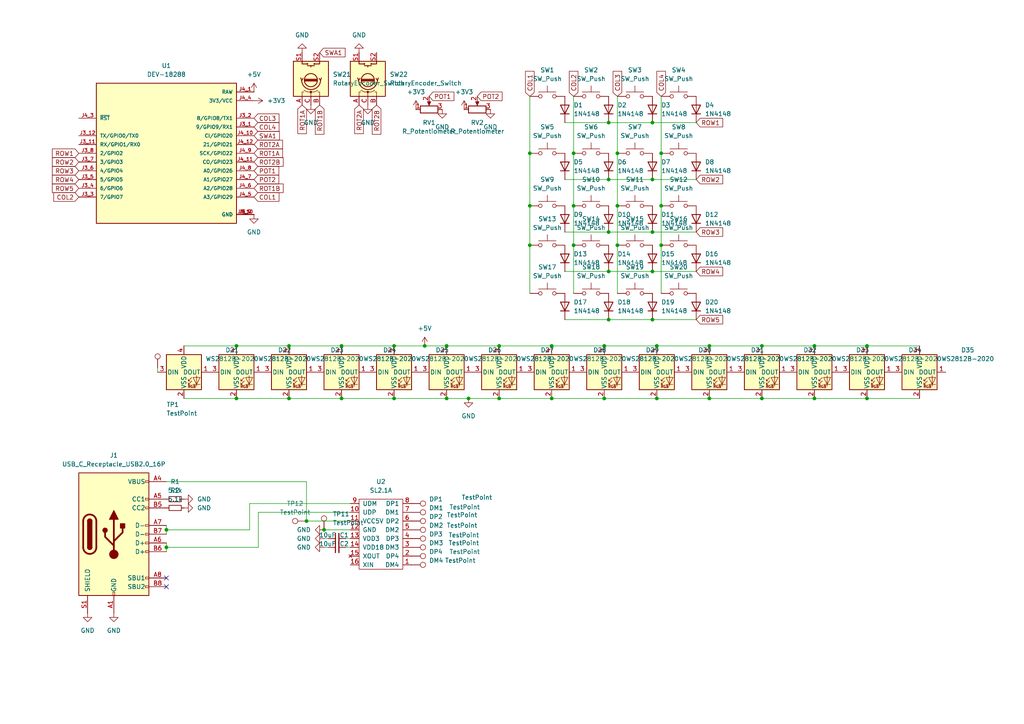
<source format=kicad_sch>
(kicad_sch (version 20250114) (generator "eeschema") (generator_version "9.0")
  (paper "A4")
  (lib_symbols
    (symbol "Connector:TestPoint" (pin_numbers (hide yes)) (pin_names (offset 0.762) (hide yes))
      (property "Reference" "TP" (at 0 6.858 0))
      (property "Value" "TestPoint" (at 0 5.08 0))
      (symbol "TestPoint_1_1"
        (pin passive line (at 0 0 90) (length 2.54) (name "1") (number "1"))
      )
    )
    (symbol "Connector:USB_C_Receptacle_USB2.0_16P" (pin_names (offset 1.016))
      (property "Reference" "J" (at 0 22.225 0))
      (property "Value" "USB_C_Receptacle_USB2.0_16P" (at 0 19.685 0))
      (symbol "USB_C_Receptacle_USB2.0_16P_1_1"
        (pin passive line (at -7.62 -22.86 90) (length 5.08) (name "SHIELD") (number "S1"))
        (pin passive line (at 0 -22.86 90) (length 5.08) (name "GND") (number "A1"))
        (pin passive line (at 0 -22.86 90) (length 5.08) (hide yes) (name "GND") (number "A12"))
        (pin passive line (at 0 -22.86 90) (length 5.08) (hide yes) (name "GND") (number "B1"))
        (pin passive line (at 0 -22.86 90) (length 5.08) (hide yes) (name "GND") (number "B12"))
        (pin passive line (at 15.24 15.24 180) (length 5.08) (name "VBUS") (number "A4"))
        (pin passive line (at 15.24 15.24 180) (length 5.08) (hide yes) (name "VBUS") (number "A9"))
        (pin passive line (at 15.24 15.24 180) (length 5.08) (hide yes) (name "VBUS") (number "B4"))
        (pin passive line (at 15.24 15.24 180) (length 5.08) (hide yes) (name "VBUS") (number "B9"))
        (pin bidirectional line (at 15.24 10.16 180) (length 5.08) (name "CC1") (number "A5"))
        (pin bidirectional line (at 15.24 7.62 180) (length 5.08) (name "CC2") (number "B5"))
        (pin bidirectional line (at 15.24 2.54 180) (length 5.08) (name "D-") (number "A7"))
        (pin bidirectional line (at 15.24 0 180) (length 5.08) (name "D-") (number "B7"))
        (pin bidirectional line (at 15.24 -2.54 180) (length 5.08) (name "D+") (number "A6"))
        (pin bidirectional line (at 15.24 -5.08 180) (length 5.08) (name "D+") (number "B6"))
        (pin bidirectional line (at 15.24 -12.7 180) (length 5.08) (name "SBU1") (number "A8"))
        (pin bidirectional line (at 15.24 -15.24 180) (length 5.08) (name "SBU2") (number "B8"))
      )
    )
    (symbol "Device:C_Small" (pin_numbers (hide yes)) (pin_names (offset 0.254) (hide yes))
      (property "Reference" "C" (at 0.254 1.778 0))
      (property "Value" "C_Small" (at 0.254 -2.032 0))
      (symbol "C_Small_1_1"
        (pin passive line (at 0 2.54 270) (length 2.032) (name "~") (number "1"))
        (pin passive line (at 0 -2.54 90) (length 2.032) (name "~") (number "2"))
      )
    )
    (symbol "Device:R_Potentiometer" (pin_names (offset 1.016) (hide yes))
      (property "Reference" "RV" (at -4.445 0 90))
      (property "Value" "R_Potentiometer" (at -2.54 0 90))
      (symbol "R_Potentiometer_1_1"
        (pin passive line (at 0 3.81 270) (length 1.27) (name "1") (number "1"))
        (pin passive line (at 0 -3.81 90) (length 1.27) (name "3") (number "3"))
        (pin passive line (at 3.81 0 180) (length 1.27) (name "2") (number "2"))
      )
    )
    (symbol "Device:R_Small" (pin_numbers (hide yes)) (pin_names (offset 0.254) (hide yes))
      (property "Reference" "R" (at 0.762 0.508 0))
      (property "Value" "R_Small" (at 0.762 -1.016 0))
      (symbol "R_Small_1_1"
        (pin passive line (at 0 2.54 270) (length 0.762) (name "~") (number "1"))
        (pin passive line (at 0 -2.54 90) (length 0.762) (name "~") (number "2"))
      )
    )
    (symbol "Device:RotaryEncoder_Switch" (pin_names (offset 0.254) (hide yes))
      (property "Reference" "SW" (at 0 6.604 0))
      (property "Value" "RotaryEncoder_Switch" (at 0 -6.604 0))
      (symbol "RotaryEncoder_Switch_1_1"
        (pin passive line (at -7.62 2.54 0) (length 2.54) (name "A") (number "A"))
        (pin passive line (at -7.62 0 0) (length 2.54) (name "C") (number "C"))
        (pin passive line (at -7.62 -2.54 0) (length 2.54) (name "B") (number "B"))
        (pin passive line (at 7.62 2.54 180) (length 2.54) (name "S1") (number "S1"))
        (pin passive line (at 7.62 -2.54 180) (length 2.54) (name "S2") (number "S2"))
      )
    )
    (symbol "Diode:1N4148" (pin_numbers (hide yes)) (pin_names (hide yes))
      (property "Reference" "D" (at 0 2.54 0))
      (property "Value" "1N4148" (at 0 -2.54 0))
      (symbol "1N4148_1_1"
        (pin passive line (at -3.81 0 0) (length 2.54) (name "K") (number "1"))
        (pin passive line (at 3.81 0 180) (length 2.54) (name "A") (number "2"))
      )
    )
    (symbol "LED:WS2812B-2020" (pin_names (offset 0.254))
      (property "Reference" "D" (at 5.08 5.715 0))
      (property "Value" "WS2812B-2020" (at 1.27 -5.715 0))
      (symbol "WS2812B-2020_0_0"
        (text "RGB" (at 2.286 -4.191 0) (effects (font (size 0.762 0.762))))
      )
      (symbol "WS2812B-2020_1_1"
        (pin input line (at -7.62 0 0) (length 2.54) (name "DIN") (number "3"))
        (pin power_in line (at 0 7.62 270) (length 2.54) (name "VDD") (number "4"))
        (pin power_in line (at 0 -7.62 90) (length 2.54) (name "VSS") (number "2"))
        (pin output line (at 7.62 0 180) (length 2.54) (name "DOUT") (number "1"))
      )
    )
    (symbol "PRO MICRO RP2040:DEV-18288" (pin_names (offset 1.016))
      (property "Reference" "U" (at -20.32 21.082 0))
      (property "Value" "DEV-18288" (at -20.32 -22.86 0))
      (symbol "DEV-18288_0_0"
        (pin input line (at -25.4 10.16 0) (length 5.08) (name "~{RST}") (number "J4_3"))
        (pin bidirectional line (at -25.4 5.08 0) (length 5.08) (name "TX/GPIO0/TX0") (number "J3_12"))
        (pin bidirectional line (at -25.4 2.54 0) (length 5.08) (name "RX/GPIO1/RX0") (number "J3_11"))
        (pin bidirectional line (at -25.4 0 0) (length 5.08) (name "2/GPIO2") (number "J3_8"))
        (pin bidirectional line (at -25.4 -2.54 0) (length 5.08) (name "3/GPIO3") (number "J3_7"))
        (pin bidirectional line (at -25.4 -5.08 0) (length 5.08) (name "4/GPIO4") (number "J3_6"))
        (pin bidirectional line (at -25.4 -7.62 0) (length 5.08) (name "5/GPIO5") (number "J3_5"))
        (pin bidirectional line (at -25.4 -10.16 0) (length 5.08) (name "6/GPIO6") (number "J3_4"))
        (pin bidirectional line (at -25.4 -12.7 0) (length 5.08) (name "7/GPIO7") (number "J3_3"))
        (pin power_in line (at 25.4 17.78 180) (length 5.08) (name "RAW") (number "J4_1"))
        (pin power_in line (at 25.4 15.24 180) (length 5.08) (name "3V3/VCC") (number "J4_4"))
        (pin bidirectional line (at 25.4 10.16 180) (length 5.08) (name "8/GPIO8/TX1") (number "J3_2"))
        (pin bidirectional line (at 25.4 7.62 180) (length 5.08) (name "9/GPIO9/RX1") (number "J3_1"))
        (pin bidirectional line (at 25.4 5.08 180) (length 5.08) (name "CI/GPIO20") (number "J4_10"))
        (pin bidirectional line (at 25.4 2.54 180) (length 5.08) (name "21/GPIO21") (number "J4_12"))
        (pin bidirectional line (at 25.4 0 180) (length 5.08) (name "SCK/GPIO22") (number "J4_9"))
        (pin bidirectional line (at 25.4 -2.54 180) (length 5.08) (name "CO/GPIO23") (number "J4_11"))
        (pin bidirectional line (at 25.4 -5.08 180) (length 5.08) (name "A0/GPIO26") (number "J4_8"))
        (pin bidirectional line (at 25.4 -7.62 180) (length 5.08) (name "A1/GPIO27") (number "J4_7"))
        (pin bidirectional line (at 25.4 -10.16 180) (length 5.08) (name "A2/GPIO28") (number "J4_6"))
        (pin bidirectional line (at 25.4 -12.7 180) (length 5.08) (name "A3/GPIO29") (number "J4_5"))
        (pin power_in line (at 25.4 -17.78 180) (length 5.08) (name "GND") (number "J3_10"))
        (pin power_in line (at 25.4 -17.78 180) (length 5.08) (name "GND") (number "J3_9"))
        (pin power_in line (at 25.4 -17.78 180) (length 5.08) (name "GND") (number "J4_2"))
      )
    )
    (symbol "SL2.1A:SL2.1A" (pin_names (offset 1.016))
      (property "Reference" "U" (at 0 -1.27 0))
      (property "Value" "SL2.1A" (at -5.08 -1.27 0))
      (symbol "SL2.1A_1_1"
        (pin output line (at -7.62 19.05 0) (length 2.54) (name "DM4") (number "1"))
        (pin output line (at -7.62 16.51 0) (length 2.54) (name "DP4") (number "2"))
        (pin output line (at -7.62 13.97 0) (length 2.54) (name "DM3") (number "3"))
        (pin output line (at -7.62 11.43 0) (length 2.54) (name "DP3") (number "4"))
        (pin output line (at -7.62 8.89 0) (length 2.54) (name "DM2") (number "5"))
        (pin output line (at -7.62 6.35 0) (length 2.54) (name "DP2") (number "6"))
        (pin output line (at -7.62 3.81 0) (length 2.54) (name "DM1") (number "7"))
        (pin output line (at -7.62 1.27 0) (length 2.54) (name "DP1") (number "8"))
        (pin power_in line (at 10.16 19.05 180) (length 2.54) (name "XIN") (number "16"))
        (pin no_connect line (at 10.16 16.51 180) (length 2.54) (name "XOUT") (number "15"))
        (pin power_out line (at 10.16 13.97 180) (length 2.54) (name "VDD18") (number "14"))
        (pin power_out line (at 10.16 11.43 180) (length 2.54) (name "VDD3") (number "13"))
        (pin power_in line (at 10.16 8.89 180) (length 2.54) (name "GND") (number "12"))
        (pin power_in line (at 10.16 6.35 180) (length 2.54) (name "VCC5V") (number "11"))
        (pin input line (at 10.16 3.81 180) (length 2.54) (name "UDP") (number "10"))
        (pin input line (at 10.16 1.27 180) (length 2.54) (name "UDM") (number "9"))
      )
    )
    (symbol "Switch:SW_Push" (pin_numbers (hide yes)) (pin_names (offset 1.016) (hide yes))
      (property "Reference" "SW" (at 1.27 2.54 0))
      (property "Value" "SW_Push" (at 0 -1.524 0))
      (symbol "SW_Push_0_1"
        (pin passive line (at -5.08 0 0) (length 2.54) (name "1") (number "1"))
        (pin passive line (at 5.08 0 180) (length 2.54) (name "2") (number "2"))
      )
    )
    (symbol "power:+3V3" (power) (pin_numbers (hide yes)) (pin_names (offset 0) (hide yes))
      (property "Value" "+3V3" (at 0 3.556 0))
      (symbol "+3V3_1_1"
        (pin power_in line (at 0 0 90) (length 0) (name "~") (number "1"))
      )
    )
    (symbol "power:+5V" (power) (pin_numbers (hide yes)) (pin_names (offset 0) (hide yes))
      (property "Value" "+5V" (at 0 3.556 0))
      (symbol "+5V_1_1"
        (pin power_in line (at 0 0 90) (length 0) (name "~") (number "1"))
      )
    )
    (symbol "power:GND" (power) (pin_numbers (hide yes)) (pin_names (offset 0) (hide yes))
      (property "Value" "GND" (at 0 -3.81 0))
      (symbol "GND_1_1"
        (pin power_in line (at 0 0 270) (length 0) (name "~") (number "1"))
      )
    )
  )
  (junction (at 191.77 71.12))
  (junction (at 176.53 92.71))
  (junction (at 166.37 71.12))
  (junction (at 205.74 100.33))
  (junction (at 88.9 151.13))
  (junction (at 190.5 100.33))
  (junction (at 179.07 59.69))
  (junction (at 129.54 100.33))
  (junction (at 179.07 71.12))
  (junction (at 189.23 67.31))
  (junction (at 189.23 52.07))
  (junction (at 153.67 71.12))
  (junction (at 251.46 115.57))
  (junction (at 48.26 153.67))
  (junction (at 123.19 100.33))
  (junction (at 48.26 158.75))
  (junction (at 135.89 115.57))
  (junction (at 83.82 100.33))
  (junction (at 191.77 59.69))
  (junction (at 176.53 35.56))
  (junction (at 190.5 115.57))
  (junction (at 153.67 59.69))
  (junction (at 99.06 115.57))
  (junction (at 236.22 115.57))
  (junction (at 114.3 100.33))
  (junction (at 68.58 115.57))
  (junction (at 153.67 44.45))
  (junction (at 83.82 115.57))
  (junction (at 251.46 100.33))
  (junction (at 144.78 100.33))
  (junction (at 189.23 92.71))
  (junction (at 189.23 35.56))
  (junction (at 220.98 100.33))
  (junction (at 160.02 115.57))
  (junction (at 191.77 44.45))
  (junction (at 176.53 52.07))
  (junction (at 99.06 100.33))
  (junction (at 236.22 100.33))
  (junction (at 176.53 67.31))
  (junction (at 220.98 115.57))
  (junction (at 129.54 115.57))
  (junction (at 205.74 115.57))
  (junction (at 189.23 78.74))
  (junction (at 114.3 115.57))
  (junction (at 166.37 44.45))
  (junction (at 175.26 115.57))
  (junction (at 166.37 59.69))
  (junction (at 175.26 100.33))
  (junction (at 68.58 100.33))
  (junction (at 179.07 44.45))
  (junction (at 144.78 115.57))
  (junction (at 176.53 78.74))
  (junction (at 93.98 153.67))
  (junction (at 160.02 100.33))
  (no_connect (at 48.26 170.18))
  (no_connect (at 48.26 167.64))
  (wire (pts (xy 179.07 59.69) (xy 179.07 71.12)))
  (wire (pts (xy 179.07 71.12) (xy 179.07 85.09)))
  (wire (pts (xy 53.34 100.33) (xy 68.58 100.33)))
  (wire (pts (xy 176.53 67.31) (xy 189.23 67.31)))
  (wire (pts (xy 88.9 139.7) (xy 88.9 151.13)))
  (wire (pts (xy 48.26 157.48) (xy 48.26 158.75)))
  (wire (pts (xy 179.07 27.94) (xy 179.07 44.45)))
  (wire (pts (xy 236.22 115.57) (xy 251.46 115.57)))
  (wire (pts (xy 48.26 158.75) (xy 48.26 160.02)))
  (wire (pts (xy 191.77 59.69) (xy 191.77 71.12)))
  (wire (pts (xy 175.26 115.57) (xy 190.5 115.57)))
  (wire (pts (xy 189.23 92.71) (xy 201.93 92.71)))
  (wire (pts (xy 190.5 115.57) (xy 205.74 115.57)))
  (wire (pts (xy 48.26 139.7) (xy 88.9 139.7)))
  (wire (pts (xy 153.67 71.12) (xy 153.67 85.09)))
  (wire (pts (xy 99.06 115.57) (xy 114.3 115.57)))
  (wire (pts (xy 166.37 59.69) (xy 166.37 71.12)))
  (wire (pts (xy 100.33 158.75) (xy 101.6 158.75)))
  (wire (pts (xy 45.72 107.95) (xy 45.72 106.68)))
  (wire (pts (xy 205.74 100.33) (xy 190.5 100.33)))
  (wire (pts (xy 114.3 100.33) (xy 123.19 100.33)))
  (wire (pts (xy 72.39 146.05) (xy 72.39 153.67)))
  (wire (pts (xy 176.53 92.71) (xy 189.23 92.71)))
  (wire (pts (xy 114.3 115.57) (xy 129.54 115.57)))
  (wire (pts (xy 99.06 100.33) (xy 114.3 100.33)))
  (wire (pts (xy 88.9 151.13) (xy 101.6 151.13)))
  (wire (pts (xy 163.83 67.31) (xy 176.53 67.31)))
  (wire (pts (xy 220.98 115.57) (xy 236.22 115.57)))
  (wire (pts (xy 123.19 100.33) (xy 129.54 100.33)))
  (wire (pts (xy 153.67 59.69) (xy 153.67 71.12)))
  (wire (pts (xy 135.89 115.57) (xy 144.78 115.57)))
  (wire (pts (xy 163.83 78.74) (xy 176.53 78.74)))
  (wire (pts (xy 83.82 100.33) (xy 99.06 100.33)))
  (wire (pts (xy 175.26 100.33) (xy 190.5 100.33)))
  (wire (pts (xy 189.23 35.56) (xy 201.93 35.56)))
  (wire (pts (xy 176.53 35.56) (xy 189.23 35.56)))
  (wire (pts (xy 189.23 67.31) (xy 201.93 67.31)))
  (wire (pts (xy 144.78 115.57) (xy 160.02 115.57)))
  (wire (pts (xy 72.39 146.05) (xy 101.6 146.05)))
  (wire (pts (xy 72.39 153.67) (xy 48.26 153.67)))
  (wire (pts (xy 205.74 115.57) (xy 220.98 115.57)))
  (wire (pts (xy 83.82 115.57) (xy 99.06 115.57)))
  (wire (pts (xy 201.93 52.07) (xy 189.23 52.07)))
  (wire (pts (xy 236.22 100.33) (xy 251.46 100.33)))
  (wire (pts (xy 176.53 52.07) (xy 163.83 52.07)))
  (wire (pts (xy 166.37 27.94) (xy 166.37 44.45)))
  (wire (pts (xy 129.54 115.57) (xy 135.89 115.57)))
  (wire (pts (xy 163.83 92.71) (xy 176.53 92.71)))
  (wire (pts (xy 93.98 158.75) (xy 95.25 158.75)))
  (wire (pts (xy 179.07 44.45) (xy 179.07 59.69)))
  (wire (pts (xy 191.77 27.94) (xy 191.77 44.45)))
  (wire (pts (xy 176.53 78.74) (xy 189.23 78.74)))
  (wire (pts (xy 101.6 148.59) (xy 74.93 148.59)))
  (wire (pts (xy 191.77 71.12) (xy 191.77 85.09)))
  (wire (pts (xy 160.02 115.57) (xy 175.26 115.57)))
  (wire (pts (xy 251.46 115.57) (xy 266.7 115.57)))
  (wire (pts (xy 189.23 78.74) (xy 201.93 78.74)))
  (wire (pts (xy 251.46 100.33) (xy 266.7 100.33)))
  (wire (pts (xy 166.37 71.12) (xy 166.37 85.09)))
  (wire (pts (xy 153.67 44.45) (xy 153.67 59.69)))
  (wire (pts (xy 144.78 100.33) (xy 160.02 100.33)))
  (wire (pts (xy 68.58 100.33) (xy 83.82 100.33)))
  (wire (pts (xy 189.23 52.07) (xy 176.53 52.07)))
  (wire (pts (xy 205.74 100.33) (xy 220.98 100.33)))
  (wire (pts (xy 53.34 115.57) (xy 68.58 115.57)))
  (wire (pts (xy 74.93 148.59) (xy 74.93 158.75)))
  (wire (pts (xy 220.98 100.33) (xy 236.22 100.33)))
  (wire (pts (xy 74.93 158.75) (xy 48.26 158.75)))
  (wire (pts (xy 48.26 152.4) (xy 48.26 153.67)))
  (wire (pts (xy 153.67 27.94) (xy 153.67 44.45)))
  (wire (pts (xy 129.54 100.33) (xy 144.78 100.33)))
  (wire (pts (xy 163.83 35.56) (xy 176.53 35.56)))
  (wire (pts (xy 160.02 100.33) (xy 175.26 100.33)))
  (wire (pts (xy 93.98 156.21) (xy 95.25 156.21)))
  (wire (pts (xy 93.98 153.67) (xy 101.6 153.67)))
  (wire (pts (xy 100.33 156.21) (xy 101.6 156.21)))
  (wire (pts (xy 191.77 44.45) (xy 191.77 59.69)))
  (wire (pts (xy 68.58 115.57) (xy 83.82 115.57)))
  (wire (pts (xy 166.37 44.45) (xy 166.37 59.69)))
  (wire (pts (xy 48.26 153.67) (xy 48.26 154.94)))
  (global_label "COL4" (shape input) (at 73.66 36.83 0) (property "Intersheetrefs" "${INTERSHEET_REFS}" (effects (hide yes))))
  (global_label "COL3" (shape input) (at 73.66 34.29 0) (property "Intersheetrefs" "${INTERSHEET_REFS}" (effects (hide yes))))
  (global_label "ROT1B" (shape input) (at 73.66 54.61 0) (property "Intersheetrefs" "${INTERSHEET_REFS}" (effects (hide yes))))
  (global_label "ROW3" (shape input) (at 201.93 67.31 0) (property "Intersheetrefs" "${INTERSHEET_REFS}" (effects (hide yes))))
  (global_label "ROW2" (shape input) (at 22.86 46.99 180) (property "Intersheetrefs" "${INTERSHEET_REFS}" (effects (hide yes))))
  (global_label "ROW2" (shape input) (at 201.93 52.07 0) (property "Intersheetrefs" "${INTERSHEET_REFS}" (effects (hide yes))))
  (global_label "ROT1A" (shape input) (at 87.63 30.48 270) (property "Intersheetrefs" "${INTERSHEET_REFS}" (effects (hide yes))))
  (global_label "COL3" (shape input) (at 179.07 27.94 90) (property "Intersheetrefs" "${INTERSHEET_REFS}" (effects (hide yes))))
  (global_label "COL2" (shape input) (at 22.86 57.15 180) (property "Intersheetrefs" "${INTERSHEET_REFS}" (effects (hide yes))))
  (global_label "ROT2A" (shape input) (at 104.14 30.48 270) (property "Intersheetrefs" "${INTERSHEET_REFS}" (effects (hide yes))))
  (global_label "ROW4" (shape input) (at 201.93 78.74 0) (property "Intersheetrefs" "${INTERSHEET_REFS}" (effects (hide yes))))
  (global_label "ROW1" (shape input) (at 201.93 35.56 0) (property "Intersheetrefs" "${INTERSHEET_REFS}" (effects (hide yes))))
  (global_label "POT1" (shape input) (at 124.46 27.94 0) (property "Intersheetrefs" "${INTERSHEET_REFS}" (effects (hide yes))))
  (global_label "COL1" (shape input) (at 73.66 57.15 0) (property "Intersheetrefs" "${INTERSHEET_REFS}" (effects (hide yes))))
  (global_label "COL4" (shape input) (at 191.77 27.94 90) (property "Intersheetrefs" "${INTERSHEET_REFS}" (effects (hide yes))))
  (global_label "COL1" (shape input) (at 153.67 27.94 90) (property "Intersheetrefs" "${INTERSHEET_REFS}" (effects (hide yes))))
  (global_label "ROT2B" (shape input) (at 109.22 30.48 270) (property "Intersheetrefs" "${INTERSHEET_REFS}" (effects (hide yes))))
  (global_label "ROW5" (shape input) (at 22.86 54.61 180) (property "Intersheetrefs" "${INTERSHEET_REFS}" (effects (hide yes))))
  (global_label "ROW1" (shape input) (at 22.86 44.45 180) (property "Intersheetrefs" "${INTERSHEET_REFS}" (effects (hide yes))))
  (global_label "POT2" (shape input) (at 73.66 52.07 0) (property "Intersheetrefs" "${INTERSHEET_REFS}" (effects (hide yes))))
  (global_label "ROW4" (shape input) (at 22.86 52.07 180) (property "Intersheetrefs" "${INTERSHEET_REFS}" (effects (hide yes))))
  (global_label "ROT2A" (shape input) (at 73.66 41.91 0) (property "Intersheetrefs" "${INTERSHEET_REFS}" (effects (hide yes))))
  (global_label "POT1" (shape input) (at 73.66 49.53 0) (property "Intersheetrefs" "${INTERSHEET_REFS}" (effects (hide yes))))
  (global_label "SWA1" (shape input) (at 92.71 15.24 0) (property "Intersheetrefs" "${INTERSHEET_REFS}" (effects (hide yes))))
  (global_label "ROW5" (shape input) (at 201.93 92.71 0) (property "Intersheetrefs" "${INTERSHEET_REFS}" (effects (hide yes))))
  (global_label "ROT1B" (shape input) (at 92.71 30.48 270) (property "Intersheetrefs" "${INTERSHEET_REFS}" (effects (hide yes))))
  (global_label "ROT1A" (shape input) (at 73.66 44.45 0) (property "Intersheetrefs" "${INTERSHEET_REFS}" (effects (hide yes))))
  (global_label "COL2" (shape input) (at 166.37 27.94 90) (property "Intersheetrefs" "${INTERSHEET_REFS}" (effects (hide yes))))
  (global_label "ROT2B" (shape input) (at 73.66 46.99 0) (property "Intersheetrefs" "${INTERSHEET_REFS}" (effects (hide yes))))
  (global_label "SWA1" (shape input) (at 73.66 39.37 0) (property "Intersheetrefs" "${INTERSHEET_REFS}" (effects (hide yes))))
  (global_label "ROW3" (shape input) (at 22.86 49.53 180) (property "Intersheetrefs" "${INTERSHEET_REFS}" (effects (hide yes))))
  (global_label "POT2" (shape input) (at 138.43 27.94 0) (property "Intersheetrefs" "${INTERSHEET_REFS}" (effects (hide yes))))
  (symbol (lib_id "Switch:SW_Push") (at 196.85 27.94 0) (unit 1)
    (property "Reference" "SW4" (at 196.85 20.32 0))
    (property "Value" "SW_Push" (at 196.85 22.86 0))
    (property "Footprint" "Button_Switch_Keyboard:CHERRY" (effects (hide yes)))
    (property "Description" "Push button switch, generic, two pins" (effects (hide yes)))
  )
  (symbol (lib_id "power:GND") (at 104.14 15.24 180) (unit 1)
    (property "Reference" "#PWR06" (effects (hide yes)))
    (property "Value" "GND" (at 104.14 10.16 0))
    (property "Description" "Power symbol creates a global label with name \"GND\" , ground" (effects (hide yes)))
  )
  (symbol (lib_id "LED:WS2812B-2020") (at 114.3 107.95 0) (unit 1)
    (property "Reference" "D25" (at 128.27 101.5298 0))
    (property "Value" "WS2812B-2020" (at 128.27 104.0698 0))
    (property "Footprint" "LED_SMD:LED_WS2812B-2020_PLCC4_2.0x2.0mm" (effects (hide yes)))
    (property "Datasheet" "https://cdn-shop.adafruit.com/product-files/4684/4684_WS2812B-2020_V1.3_EN.pdf" (effects (hide yes)))
    (property "Description" "RGB LED with integrated controller, 2.0 x 2.0 mm, 12 mA" (effects (hide yes)))
  )
  (symbol (lib_id "Switch:SW_Push") (at 171.45 59.69 0) (unit 1)
    (property "Reference" "SW10" (at 171.45 52.07 0))
    (property "Value" "SW_Push" (at 171.45 54.61 0))
    (property "Footprint" "Button_Switch_Keyboard:CHERRY" (effects (hide yes)))
    (property "Description" "Push button switch, generic, two pins" (effects (hide yes)))
  )
  (symbol (lib_id "Switch:SW_Push") (at 158.75 44.45 0) (unit 1)
    (property "Reference" "SW5" (at 158.75 36.83 0))
    (property "Value" "SW_Push" (at 158.75 39.37 0))
    (property "Footprint" "Button_Switch_Keyboard:CHERRY" (effects (hide yes)))
    (property "Description" "Push button switch, generic, two pins" (effects (hide yes)))
  )
  (symbol (lib_id "LED:WS2812B-2020") (at 129.54 107.95 0) (unit 1)
    (property "Reference" "D26" (at 143.51 101.5298 0))
    (property "Value" "WS2812B-2020" (at 143.51 104.0698 0))
    (property "Footprint" "LED_SMD:LED_WS2812B-2020_PLCC4_2.0x2.0mm" (effects (hide yes)))
    (property "Datasheet" "https://cdn-shop.adafruit.com/product-files/4684/4684_WS2812B-2020_V1.3_EN.pdf" (effects (hide yes)))
    (property "Description" "RGB LED with integrated controller, 2.0 x 2.0 mm, 12 mA" (effects (hide yes)))
  )
  (symbol (lib_id "power:GND") (at 93.98 156.21 270) (unit 1)
    (property "Reference" "#PWR017" (effects (hide yes)))
    (property "Value" "GND" (at 90.17 156.2099 90) (effects (justify right)))
    (property "Description" "Power symbol creates a global label with name \"GND\" , ground" (effects (hide yes)))
  )
  (symbol (lib_id "Diode:1N4148") (at 201.93 48.26 90) (unit 1)
    (property "Reference" "D8" (at 204.47 46.9899 90) (effects (justify right)))
    (property "Value" "1N4148" (at 204.47 49.5299 90) (effects (justify right)))
    (property "Footprint" "Diode_THT:D_DO-35_SOD27_P7.62mm_Horizontal" (effects (hide yes)))
    (property "Datasheet" "https://assets.nexperia.com/documents/data-sheet/1N4148_1N4448.pdf" (effects (hide yes)))
    (property "Description" "100V 0.15A standard switching diode, DO-35" (effects (hide yes)))
    (property "Sim.Device" "D" (effects (hide yes)))
    (property "Sim.Pins" "1=K 2=A" (effects (hide yes)))
  )
  (symbol (lib_id "Diode:1N4148") (at 176.53 88.9 90) (unit 1)
    (property "Reference" "D18" (at 179.07 87.6299 90) (effects (justify right)))
    (property "Value" "1N4148" (at 179.07 90.1699 90) (effects (justify right)))
    (property "Footprint" "Diode_THT:D_DO-35_SOD27_P7.62mm_Horizontal" (effects (hide yes)))
    (property "Datasheet" "https://assets.nexperia.com/documents/data-sheet/1N4148_1N4448.pdf" (effects (hide yes)))
    (property "Description" "100V 0.15A standard switching diode, DO-35" (effects (hide yes)))
    (property "Sim.Device" "D" (effects (hide yes)))
    (property "Sim.Pins" "1=K 2=A" (effects (hide yes)))
  )
  (symbol (lib_id "power:+5V") (at 123.19 100.33 0) (unit 1)
    (property "Reference" "#PWR015" (effects (hide yes)))
    (property "Value" "+5V" (at 123.19 95.25 0))
    (property "Description" "Power symbol creates a global label with name \"+5V\"" (effects (hide yes)))
  )
  (symbol (lib_id "Diode:1N4148") (at 163.83 31.75 90) (unit 1)
    (property "Reference" "D1" (at 166.37 30.4799 90) (effects (justify right)))
    (property "Value" "1N4148" (at 166.37 33.0199 90) (effects (justify right)))
    (property "Footprint" "Diode_THT:D_DO-35_SOD27_P7.62mm_Horizontal" (effects (hide yes)))
    (property "Datasheet" "https://assets.nexperia.com/documents/data-sheet/1N4148_1N4448.pdf" (effects (hide yes)))
    (property "Description" "100V 0.15A standard switching diode, DO-35" (effects (hide yes)))
    (property "Sim.Device" "D" (effects (hide yes)))
    (property "Sim.Pins" "1=K 2=A" (effects (hide yes)))
  )
  (symbol (lib_id "power:GND") (at 142.24 31.75 0) (unit 1)
    (property "Reference" "#PWR02" (effects (hide yes)))
    (property "Value" "GND" (at 142.24 36.83 0))
    (property "Description" "Power symbol creates a global label with name \"GND\" , ground" (effects (hide yes)))
  )
  (symbol (lib_id "Connector:TestPoint") (at 119.38 153.67 270) (unit 1)
    (property "Reference" "DM2" (at 124.46 152.3999 90) (effects (justify left)))
    (property "Value" "TestPoint" (at 129.54 152.4 90) (effects (justify left)))
    (property "Footprint" "TestPoint:TestPoint_Pad_D1.5mm" (effects (hide yes)))
    (property "Description" "test point" (effects (hide yes)))
  )
  (symbol (lib_id "Connector:TestPoint") (at 119.38 148.59 270) (unit 1)
    (property "Reference" "DM1" (at 124.46 147.3199 90) (effects (justify left)))
    (property "Value" "TestPoint" (at 130.302 147.066 90) (effects (justify left)))
    (property "Footprint" "TestPoint:TestPoint_Pad_D1.5mm" (effects (hide yes)))
    (property "Description" "test point" (effects (hide yes)))
  )
  (symbol (lib_id "Diode:1N4148") (at 163.83 88.9 90) (unit 1)
    (property "Reference" "D17" (at 166.37 87.6299 90) (effects (justify right)))
    (property "Value" "1N4148" (at 166.37 90.1699 90) (effects (justify right)))
    (property "Footprint" "Diode_THT:D_DO-35_SOD27_P7.62mm_Horizontal" (effects (hide yes)))
    (property "Datasheet" "https://assets.nexperia.com/documents/data-sheet/1N4148_1N4448.pdf" (effects (hide yes)))
    (property "Description" "100V 0.15A standard switching diode, DO-35" (effects (hide yes)))
    (property "Sim.Device" "D" (effects (hide yes)))
    (property "Sim.Pins" "1=K 2=A" (effects (hide yes)))
  )
  (symbol (lib_id "power:GND") (at 53.34 147.32 90) (unit 1)
    (property "Reference" "#PWR021" (effects (hide yes)))
    (property "Value" "GND" (at 57.15 147.3199 90) (effects (justify right)))
    (property "Description" "Power symbol creates a global label with name \"GND\" , ground" (effects (hide yes)))
  )
  (symbol (lib_id "power:GND") (at 90.17 30.48 0) (unit 1)
    (property "Reference" "#PWR04" (effects (hide yes)))
    (property "Value" "GND" (at 90.17 35.56 0))
    (property "Description" "Power symbol creates a global label with name \"GND\" , ground" (effects (hide yes)))
  )
  (symbol (lib_id "power:GND") (at 93.98 153.67 270) (unit 1)
    (property "Reference" "#PWR016" (effects (hide yes)))
    (property "Value" "GND" (at 90.17 153.6699 90) (effects (justify right)))
    (property "Description" "Power symbol creates a global label with name \"GND\" , ground" (effects (hide yes)))
  )
  (symbol (lib_id "Switch:SW_Push") (at 184.15 27.94 0) (unit 1)
    (property "Reference" "SW3" (at 184.15 20.32 0))
    (property "Value" "SW_Push" (at 184.15 22.86 0))
    (property "Footprint" "Button_Switch_Keyboard:CHERRY" (effects (hide yes)))
    (property "Description" "Push button switch, generic, two pins" (effects (hide yes)))
  )
  (symbol (lib_id "LED:WS2812B-2020") (at 175.26 107.95 0) (unit 1)
    (property "Reference" "D29" (at 189.23 101.5298 0))
    (property "Value" "WS2812B-2020" (at 189.23 104.0698 0))
    (property "Footprint" "LED_SMD:LED_WS2812B-2020_PLCC4_2.0x2.0mm" (effects (hide yes)))
    (property "Datasheet" "https://cdn-shop.adafruit.com/product-files/4684/4684_WS2812B-2020_V1.3_EN.pdf" (effects (hide yes)))
    (property "Description" "RGB LED with integrated controller, 2.0 x 2.0 mm, 12 mA" (effects (hide yes)))
  )
  (symbol (lib_id "Connector:TestPoint") (at 119.38 151.13 270) (unit 1)
    (property "Reference" "DP2" (at 124.46 149.8599 90) (effects (justify left)))
    (property "Value" "TestPoint" (at 129.54 149.352 90) (effects (justify left)))
    (property "Footprint" "TestPoint:TestPoint_Pad_D1.5mm" (effects (hide yes)))
    (property "Description" "test point" (effects (hide yes)))
  )
  (symbol (lib_id "Diode:1N4148") (at 201.93 88.9 90) (unit 1)
    (property "Reference" "D20" (at 204.47 87.6299 90) (effects (justify right)))
    (property "Value" "1N4148" (at 204.47 90.1699 90) (effects (justify right)))
    (property "Footprint" "Diode_THT:D_DO-35_SOD27_P7.62mm_Horizontal" (effects (hide yes)))
    (property "Datasheet" "https://assets.nexperia.com/documents/data-sheet/1N4148_1N4448.pdf" (effects (hide yes)))
    (property "Description" "100V 0.15A standard switching diode, DO-35" (effects (hide yes)))
    (property "Sim.Device" "D" (effects (hide yes)))
    (property "Sim.Pins" "1=K 2=A" (effects (hide yes)))
  )
  (symbol (lib_id "Switch:SW_Push") (at 171.45 85.09 0) (unit 1)
    (property "Reference" "SW18" (at 171.45 77.47 0))
    (property "Value" "SW_Push" (at 171.45 80.01 0))
    (property "Footprint" "Button_Switch_Keyboard:CHERRY" (effects (hide yes)))
    (property "Description" "Push button switch, generic, two pins" (effects (hide yes)))
  )
  (symbol (lib_id "Diode:1N4148") (at 163.83 74.93 90) (unit 1)
    (property "Reference" "D13" (at 166.37 73.6599 90) (effects (justify right)))
    (property "Value" "1N4148" (at 166.37 76.1999 90) (effects (justify right)))
    (property "Footprint" "Diode_THT:D_DO-35_SOD27_P7.62mm_Horizontal" (effects (hide yes)))
    (property "Datasheet" "https://assets.nexperia.com/documents/data-sheet/1N4148_1N4448.pdf" (effects (hide yes)))
    (property "Description" "100V 0.15A standard switching diode, DO-35" (effects (hide yes)))
    (property "Sim.Device" "D" (effects (hide yes)))
    (property "Sim.Pins" "1=K 2=A" (effects (hide yes)))
  )
  (symbol (lib_id "power:+3V3") (at 73.66 29.21 270) (unit 1)
    (property "Reference" "#PWR09" (effects (hide yes)))
    (property "Value" "+3V3" (at 77.47 29.2099 90) (effects (justify left)))
    (property "Description" "Power symbol creates a global label with name \"+3V3\"" (effects (hide yes)))
  )
  (symbol (lib_id "power:GND") (at 128.27 31.75 0) (unit 1)
    (property "Reference" "#PWR01" (effects (hide yes)))
    (property "Value" "GND" (at 128.27 36.83 0))
    (property "Description" "Power symbol creates a global label with name \"GND\" , ground" (effects (hide yes)))
  )
  (symbol (lib_id "LED:WS2812B-2020") (at 190.5 107.95 0) (unit 1)
    (property "Reference" "D30" (at 204.47 101.5298 0))
    (property "Value" "WS2812B-2020" (at 204.47 104.0698 0))
    (property "Footprint" "LED_SMD:LED_WS2812B-2020_PLCC4_2.0x2.0mm" (effects (hide yes)))
    (property "Datasheet" "https://cdn-shop.adafruit.com/product-files/4684/4684_WS2812B-2020_V1.3_EN.pdf" (effects (hide yes)))
    (property "Description" "RGB LED with integrated controller, 2.0 x 2.0 mm, 12 mA" (effects (hide yes)))
  )
  (symbol (lib_id "Device:R_Potentiometer") (at 138.43 31.75 90) (unit 1)
    (property "Reference" "RV2" (at 138.43 35.56 90))
    (property "Value" "R_Potentiometer" (at 138.43 38.1 90))
    (property "Footprint" "Potentiometer_THT:Potentiometer_Bourns_PTA6043_Single_Slide" (effects (hide yes)))
    (property "Description" "Potentiometer" (effects (hide yes)))
  )
  (symbol (lib_id "Switch:SW_Push") (at 171.45 27.94 0) (unit 1)
    (property "Reference" "SW2" (at 171.45 20.32 0))
    (property "Value" "SW_Push" (at 171.45 22.86 0))
    (property "Footprint" "Button_Switch_Keyboard:CHERRY" (effects (hide yes)))
    (property "Description" "Push button switch, generic, two pins" (effects (hide yes)))
  )
  (symbol (lib_id "Switch:SW_Push") (at 196.85 85.09 0) (unit 1)
    (property "Reference" "SW20" (at 196.85 77.47 0))
    (property "Value" "SW_Push" (at 196.85 80.01 0))
    (property "Footprint" "Button_Switch_Keyboard:CHERRY" (effects (hide yes)))
    (property "Description" "Push button switch, generic, two pins" (effects (hide yes)))
  )
  (symbol (lib_id "Connector:TestPoint") (at 119.38 156.21 270) (unit 1)
    (property "Reference" "DP3" (at 124.46 154.9399 90) (effects (justify left)))
    (property "Value" "TestPoint" (at 130.048 155.194 90) (effects (justify left)))
    (property "Footprint" "TestPoint:TestPoint_Pad_D1.5mm" (effects (hide yes)))
    (property "Description" "test point" (effects (hide yes)))
  )
  (symbol (lib_id "Diode:1N4148") (at 201.93 63.5 90) (unit 1)
    (property "Reference" "D12" (at 204.47 62.2299 90) (effects (justify right)))
    (property "Value" "1N4148" (at 204.47 64.7699 90) (effects (justify right)))
    (property "Footprint" "Diode_THT:D_DO-35_SOD27_P7.62mm_Horizontal" (effects (hide yes)))
    (property "Datasheet" "https://assets.nexperia.com/documents/data-sheet/1N4148_1N4448.pdf" (effects (hide yes)))
    (property "Description" "100V 0.15A standard switching diode, DO-35" (effects (hide yes)))
    (property "Sim.Device" "D" (effects (hide yes)))
    (property "Sim.Pins" "1=K 2=A" (effects (hide yes)))
  )
  (symbol (lib_id "Switch:SW_Push") (at 196.85 71.12 0) (unit 1)
    (property "Reference" "SW16" (at 196.85 63.5 0))
    (property "Value" "SW_Push" (at 196.85 66.04 0))
    (property "Footprint" "Button_Switch_Keyboard:CHERRY" (effects (hide yes)))
    (property "Description" "Push button switch, generic, two pins" (effects (hide yes)))
  )
  (symbol (lib_id "Device:R_Potentiometer") (at 124.46 31.75 90) (unit 1)
    (property "Reference" "RV1" (at 124.46 35.56 90))
    (property "Value" "R_Potentiometer" (at 124.46 38.1 90))
    (property "Footprint" "Potentiometer_THT:Potentiometer_Bourns_PTA6043_Single_Slide" (effects (hide yes)))
    (property "Description" "Potentiometer" (effects (hide yes)))
  )
  (symbol (lib_id "power:GND") (at 135.89 115.57 0) (unit 1)
    (property "Reference" "#PWR011" (effects (hide yes)))
    (property "Value" "GND" (at 135.89 120.65 0))
    (property "Description" "Power symbol creates a global label with name \"GND\" , ground" (effects (hide yes)))
  )
  (symbol (lib_id "Connector:TestPoint") (at 45.72 106.68 0) (unit 1)
    (property "Reference" "TP1" (at 48.26 117.3479 0) (effects (justify left)))
    (property "Value" "TestPoint" (at 48.26 119.8879 0) (effects (justify left)))
    (property "Footprint" "TestPoint:TestPoint_Pad_D1.0mm" (effects (hide yes)))
    (property "Description" "test point" (effects (hide yes)))
  )
  (symbol (lib_id "PRO MICRO RP2040:DEV-18288") (at 48.26 44.45 0) (unit 1)
    (property "Reference" "U1" (at 48.26 19.05 0))
    (property "Value" "DEV-18288" (at 48.26 21.59 0))
    (property "Footprint" "PRO MICRO RP2040:MODULE_DEV-18288" (effects (hide yes)))
    (property "MF" "SparkFun Electronics" (effects (hide yes)))
    (property "Description_1" "RP2040 Pro Micro series ARM® Cortex®-M0+ MCU 32-Bit Embedded Evaluation Board" (effects (hide yes)))
    (property "Package" "None" (effects (hide yes)))
    (property "Price" "None" (effects (hide yes)))
    (property "Check_prices" "https://www.snapeda.com/parts/DEV-18288/SparkFun/view-part/?ref=eda" (effects (hide yes)))
    (property "STANDARD" "Manufacturer Recommendations" (effects (hide yes)))
    (property "PARTREV" "v11" (effects (hide yes)))
    (property "SnapEDA_Link" "https://www.snapeda.com/parts/DEV-18288/SparkFun/view-part/?ref=snap" (effects (hide yes)))
    (property "MP" "DEV-18288" (effects (hide yes)))
    (property "MANUFACTURER" "SparkFun Electronics" (effects (hide yes)))
    (property "Availability" "In Stock" (effects (hide yes)))
    (property "SNAPEDA_PN" "DEV-18288" (effects (hide yes)))
  )
  (symbol (lib_id "Connector:TestPoint") (at 119.38 161.29 270) (unit 1)
    (property "Reference" "DP4" (at 124.46 160.0199 90) (effects (justify left)))
    (property "Value" "TestPoint" (at 130.302 160.02 90) (effects (justify left)))
    (property "Footprint" "TestPoint:TestPoint_Pad_D1.5mm" (effects (hide yes)))
    (property "Description" "test point" (effects (hide yes)))
  )
  (symbol (lib_id "Diode:1N4148") (at 201.93 31.75 90) (unit 1)
    (property "Reference" "D4" (at 204.47 30.4799 90) (effects (justify right)))
    (property "Value" "1N4148" (at 204.47 33.0199 90) (effects (justify right)))
    (property "Footprint" "Diode_THT:D_DO-35_SOD27_P7.62mm_Horizontal" (effects (hide yes)))
    (property "Datasheet" "https://assets.nexperia.com/documents/data-sheet/1N4148_1N4448.pdf" (effects (hide yes)))
    (property "Description" "100V 0.15A standard switching diode, DO-35" (effects (hide yes)))
    (property "Sim.Device" "D" (effects (hide yes)))
    (property "Sim.Pins" "1=K 2=A" (effects (hide yes)))
  )
  (symbol (lib_id "SL2.1A:SL2.1A") (at 111.76 144.78 180) (unit 1)
    (property "Reference" "U2" (at 110.49 139.7 0))
    (property "Value" "SL2.1A" (at 110.49 142.24 0))
    (property "Footprint" "Package_SO:SOIC-16_4.55x10.3mm_P1.27mm" (effects (hide yes)))
  )
  (symbol (lib_id "Diode:1N4148") (at 189.23 48.26 90) (unit 1)
    (property "Reference" "D7" (at 191.77 46.9899 90) (effects (justify right)))
    (property "Value" "1N4148" (at 191.77 49.5299 90) (effects (justify right)))
    (property "Footprint" "Diode_THT:D_DO-35_SOD27_P7.62mm_Horizontal" (effects (hide yes)))
    (property "Datasheet" "https://assets.nexperia.com/documents/data-sheet/1N4148_1N4448.pdf" (effects (hide yes)))
    (property "Description" "100V 0.15A standard switching diode, DO-35" (effects (hide yes)))
    (property "Sim.Device" "D" (effects (hide yes)))
    (property "Sim.Pins" "1=K 2=A" (effects (hide yes)))
  )
  (symbol (lib_id "Switch:SW_Push") (at 184.15 71.12 0) (unit 1)
    (property "Reference" "SW15" (at 184.15 63.5 0))
    (property "Value" "SW_Push" (at 184.15 66.04 0))
    (property "Footprint" "Button_Switch_Keyboard:CHERRY" (effects (hide yes)))
    (property "Description" "Push button switch, generic, two pins" (effects (hide yes)))
  )
  (symbol (lib_id "Diode:1N4148") (at 201.93 74.93 90) (unit 1)
    (property "Reference" "D16" (at 204.47 73.6599 90) (effects (justify right)))
    (property "Value" "1N4148" (at 204.47 76.1999 90) (effects (justify right)))
    (property "Footprint" "Diode_THT:D_DO-35_SOD27_P7.62mm_Horizontal" (effects (hide yes)))
    (property "Datasheet" "https://assets.nexperia.com/documents/data-sheet/1N4148_1N4448.pdf" (effects (hide yes)))
    (property "Description" "100V 0.15A standard switching diode, DO-35" (effects (hide yes)))
    (property "Sim.Device" "D" (effects (hide yes)))
    (property "Sim.Pins" "1=K 2=A" (effects (hide yes)))
  )
  (symbol (lib_id "Device:RotaryEncoder_Switch") (at 90.17 22.86 90) (unit 1)
    (property "Reference" "SW21" (at 96.52 21.5899 90) (effects (justify right)))
    (property "Value" "RotaryEncoder_Switch" (at 96.52 24.1299 90) (effects (justify right)))
    (property "Footprint" "Rotary_Encoder:RotaryEncoder_Alps_EC11E-Switch_Vertical_H20mm_CircularMountingHoles" (effects (hide yes)))
    (property "Description" "Rotary encoder, dual channel, incremental quadrate outputs, with switch" (effects (hide yes)))
  )
  (symbol (lib_id "Diode:1N4148") (at 176.53 63.5 90) (unit 1)
    (property "Reference" "D10" (at 179.07 62.2299 90) (effects (justify right)))
    (property "Value" "1N4148" (at 179.07 64.7699 90) (effects (justify right)))
    (property "Footprint" "Diode_THT:D_DO-35_SOD27_P7.62mm_Horizontal" (effects (hide yes)))
    (property "Datasheet" "https://assets.nexperia.com/documents/data-sheet/1N4148_1N4448.pdf" (effects (hide yes)))
    (property "Description" "100V 0.15A standard switching diode, DO-35" (effects (hide yes)))
    (property "Sim.Device" "D" (effects (hide yes)))
    (property "Sim.Pins" "1=K 2=A" (effects (hide yes)))
  )
  (symbol (lib_id "power:+3V3") (at 120.65 31.75 0) (unit 1)
    (property "Reference" "#PWR013" (effects (hide yes)))
    (property "Value" "+3V3" (at 120.65 26.67 0))
    (property "Description" "Power symbol creates a global label with name \"+3V3\"" (effects (hide yes)))
  )
  (symbol (lib_id "LED:WS2812B-2020") (at 68.58 107.95 0) (unit 1)
    (property "Reference" "D22" (at 82.55 101.5298 0))
    (property "Value" "WS2812B-2020" (at 82.55 104.0698 0))
    (property "Footprint" "LED_SMD:LED_WS2812B-2020_PLCC4_2.0x2.0mm" (effects (hide yes)))
    (property "Datasheet" "https://cdn-shop.adafruit.com/product-files/4684/4684_WS2812B-2020_V1.3_EN.pdf" (effects (hide yes)))
    (property "Description" "RGB LED with integrated controller, 2.0 x 2.0 mm, 12 mA" (effects (hide yes)))
  )
  (symbol (lib_id "Switch:SW_Push") (at 158.75 59.69 0) (unit 1)
    (property "Reference" "SW9" (at 158.75 52.07 0))
    (property "Value" "SW_Push" (at 158.75 54.61 0))
    (property "Footprint" "Button_Switch_Keyboard:CHERRY" (effects (hide yes)))
    (property "Description" "Push button switch, generic, two pins" (effects (hide yes)))
  )
  (symbol (lib_id "Connector:USB_C_Receptacle_USB2.0_16P") (at 33.02 154.94 0) (unit 1)
    (property "Reference" "J1" (at 33.02 132.08 0))
    (property "Value" "USB_C_Receptacle_USB2.0_16P" (at 33.02 134.62 0))
    (property "Footprint" "Connector_USB:USB_C_Receptacle_GCT_USB4105-xx-A_16P_TopMnt_Horizontal" (effects (hide yes)))
    (property "Datasheet" "https://www.usb.org/sites/default/files/documents/usb_type-c.zip" (effects (hide yes)))
    (property "Description" "USB 2.0-only 16P Type-C Receptacle connector" (effects (hide yes)))
  )
  (symbol (lib_id "Diode:1N4148") (at 189.23 31.75 90) (unit 1)
    (property "Reference" "D3" (at 191.77 30.4799 90) (effects (justify right)))
    (property "Value" "1N4148" (at 191.77 33.0199 90) (effects (justify right)))
    (property "Footprint" "Diode_THT:D_DO-35_SOD27_P7.62mm_Horizontal" (effects (hide yes)))
    (property "Datasheet" "https://assets.nexperia.com/documents/data-sheet/1N4148_1N4448.pdf" (effects (hide yes)))
    (property "Description" "100V 0.15A standard switching diode, DO-35" (effects (hide yes)))
    (property "Sim.Device" "D" (effects (hide yes)))
    (property "Sim.Pins" "1=K 2=A" (effects (hide yes)))
  )
  (symbol (lib_id "LED:WS2812B-2020") (at 99.06 107.95 0) (unit 1)
    (property "Reference" "D24" (at 113.03 101.5298 0))
    (property "Value" "WS2812B-2020" (at 113.03 104.0698 0))
    (property "Footprint" "LED_SMD:LED_WS2812B-2020_PLCC4_2.0x2.0mm" (effects (hide yes)))
    (property "Datasheet" "https://cdn-shop.adafruit.com/product-files/4684/4684_WS2812B-2020_V1.3_EN.pdf" (effects (hide yes)))
    (property "Description" "RGB LED with integrated controller, 2.0 x 2.0 mm, 12 mA" (effects (hide yes)))
  )
  (symbol (lib_id "power:GND") (at 93.98 158.75 270) (unit 1)
    (property "Reference" "#PWR018" (effects (hide yes)))
    (property "Value" "GND" (at 90.17 158.7499 90) (effects (justify right)))
    (property "Description" "Power symbol creates a global label with name \"GND\" , ground" (effects (hide yes)))
  )
  (symbol (lib_id "power:+3V3") (at 134.62 31.75 0) (unit 1)
    (property "Reference" "#PWR014" (effects (hide yes)))
    (property "Value" "+3V3" (at 134.62 26.67 0))
    (property "Description" "Power symbol creates a global label with name \"+3V3\"" (effects (hide yes)))
  )
  (symbol (lib_id "LED:WS2812B-2020") (at 53.34 107.95 0) (unit 1)
    (property "Reference" "D21" (at 67.31 101.5298 0))
    (property "Value" "WS2812B-2020" (at 67.31 104.0698 0))
    (property "Footprint" "LED_SMD:LED_WS2812B-2020_PLCC4_2.0x2.0mm" (effects (hide yes)))
    (property "Datasheet" "https://cdn-shop.adafruit.com/product-files/4684/4684_WS2812B-2020_V1.3_EN.pdf" (effects (hide yes)))
    (property "Description" "RGB LED with integrated controller, 2.0 x 2.0 mm, 12 mA" (effects (hide yes)))
  )
  (symbol (lib_id "Switch:SW_Push") (at 158.75 71.12 0) (unit 1)
    (property "Reference" "SW13" (at 158.75 63.5 0))
    (property "Value" "SW_Push" (at 158.75 66.04 0))
    (property "Footprint" "Button_Switch_Keyboard:CHERRY" (effects (hide yes)))
    (property "Description" "Push button switch, generic, two pins" (effects (hide yes)))
  )
  (symbol (lib_id "power:GND") (at 25.4 177.8 0) (unit 1)
    (property "Reference" "#PWR020" (effects (hide yes)))
    (property "Value" "GND" (at 25.4 182.88 0))
    (property "Description" "Power symbol creates a global label with name \"GND\" , ground" (effects (hide yes)))
  )
  (symbol (lib_id "LED:WS2812B-2020") (at 236.22 107.95 0) (unit 1)
    (property "Reference" "D33" (at 250.19 101.5298 0))
    (property "Value" "WS2812B-2020" (at 250.19 104.0698 0))
    (property "Footprint" "LED_SMD:LED_WS2812B-2020_PLCC4_2.0x2.0mm" (effects (hide yes)))
    (property "Datasheet" "https://cdn-shop.adafruit.com/product-files/4684/4684_WS2812B-2020_V1.3_EN.pdf" (effects (hide yes)))
    (property "Description" "RGB LED with integrated controller, 2.0 x 2.0 mm, 12 mA" (effects (hide yes)))
  )
  (symbol (lib_id "Connector:TestPoint") (at 119.38 158.75 270) (unit 1)
    (property "Reference" "DM3" (at 124.46 157.4799 90) (effects (justify left)))
    (property "Value" "TestPoint" (at 130.048 157.48 90) (effects (justify left)))
    (property "Footprint" "TestPoint:TestPoint_Pad_D1.5mm" (effects (hide yes)))
    (property "Description" "test point" (effects (hide yes)))
  )
  (symbol (lib_id "Diode:1N4148") (at 176.53 48.26 90) (unit 1)
    (property "Reference" "D6" (at 179.07 46.9899 90) (effects (justify right)))
    (property "Value" "1N4148" (at 179.07 49.5299 90) (effects (justify right)))
    (property "Footprint" "Diode_THT:D_DO-35_SOD27_P7.62mm_Horizontal" (effects (hide yes)))
    (property "Datasheet" "https://assets.nexperia.com/documents/data-sheet/1N4148_1N4448.pdf" (effects (hide yes)))
    (property "Description" "100V 0.15A standard switching diode, DO-35" (effects (hide yes)))
    (property "Sim.Device" "D" (effects (hide yes)))
    (property "Sim.Pins" "1=K 2=A" (effects (hide yes)))
  )
  (symbol (lib_id "Connector:TestPoint") (at 119.38 163.83 270) (unit 1)
    (property "Reference" "DM4" (at 124.46 162.5599 90) (effects (justify left)))
    (property "Value" "TestPoint" (at 129.032 162.56 90) (effects (justify left)))
    (property "Footprint" "TestPoint:TestPoint_Pad_D1.5mm" (effects (hide yes)))
    (property "Description" "test point" (effects (hide yes)))
  )
  (symbol (lib_id "Device:R_Small") (at 50.8 144.78 90) (unit 1)
    (property "Reference" "R1" (at 50.8 139.7 90))
    (property "Value" "5.1k" (at 50.8 142.24 90))
    (property "Footprint" "Resistor_SMD:R_0603_1608Metric" (effects (hide yes)))
    (property "Description" "Resistor, small symbol" (effects (hide yes)))
  )
  (symbol (lib_id "Diode:1N4148") (at 176.53 74.93 90) (unit 1)
    (property "Reference" "D14" (at 179.07 73.6599 90) (effects (justify right)))
    (property "Value" "1N4148" (at 179.07 76.1999 90) (effects (justify right)))
    (property "Footprint" "Diode_THT:D_DO-35_SOD27_P7.62mm_Horizontal" (effects (hide yes)))
    (property "Datasheet" "https://assets.nexperia.com/documents/data-sheet/1N4148_1N4448.pdf" (effects (hide yes)))
    (property "Description" "100V 0.15A standard switching diode, DO-35" (effects (hide yes)))
    (property "Sim.Device" "D" (effects (hide yes)))
    (property "Sim.Pins" "1=K 2=A" (effects (hide yes)))
  )
  (symbol (lib_id "Diode:1N4148") (at 189.23 88.9 90) (unit 1)
    (property "Reference" "D19" (at 191.77 87.6299 90) (effects (justify right)))
    (property "Value" "1N4148" (at 191.77 90.1699 90) (effects (justify right)))
    (property "Footprint" "Diode_THT:D_DO-35_SOD27_P7.62mm_Horizontal" (effects (hide yes)))
    (property "Datasheet" "https://assets.nexperia.com/documents/data-sheet/1N4148_1N4448.pdf" (effects (hide yes)))
    (property "Description" "100V 0.15A standard switching diode, DO-35" (effects (hide yes)))
    (property "Sim.Device" "D" (effects (hide yes)))
    (property "Sim.Pins" "1=K 2=A" (effects (hide yes)))
  )
  (symbol (lib_id "power:+5V") (at 73.66 26.67 0) (unit 1)
    (property "Reference" "#PWR012" (effects (hide yes)))
    (property "Value" "+5V" (at 73.66 21.59 0))
    (property "Description" "Power symbol creates a global label with name \"+5V\"" (effects (hide yes)))
  )
  (symbol (lib_id "Switch:SW_Push") (at 196.85 59.69 0) (unit 1)
    (property "Reference" "SW12" (at 196.85 52.07 0))
    (property "Value" "SW_Push" (at 196.85 54.61 0))
    (property "Footprint" "Button_Switch_Keyboard:CHERRY" (effects (hide yes)))
    (property "Description" "Push button switch, generic, two pins" (effects (hide yes)))
  )
  (symbol (lib_id "LED:WS2812B-2020") (at 160.02 107.95 0) (unit 1)
    (property "Reference" "D28" (at 173.99 101.5298 0))
    (property "Value" "WS2812B-2020" (at 173.99 104.0698 0))
    (property "Footprint" "LED_SMD:LED_WS2812B-2020_PLCC4_2.0x2.0mm" (effects (hide yes)))
    (property "Datasheet" "https://cdn-shop.adafruit.com/product-files/4684/4684_WS2812B-2020_V1.3_EN.pdf" (effects (hide yes)))
    (property "Description" "RGB LED with integrated controller, 2.0 x 2.0 mm, 12 mA" (effects (hide yes)))
  )
  (symbol (lib_id "LED:WS2812B-2020") (at 220.98 107.95 0) (unit 1)
    (property "Reference" "D32" (at 234.95 101.5298 0))
    (property "Value" "WS2812B-2020" (at 234.95 104.0698 0))
    (property "Footprint" "LED_SMD:LED_WS2812B-2020_PLCC4_2.0x2.0mm" (effects (hide yes)))
    (property "Datasheet" "https://cdn-shop.adafruit.com/product-files/4684/4684_WS2812B-2020_V1.3_EN.pdf" (effects (hide yes)))
    (property "Description" "RGB LED with integrated controller, 2.0 x 2.0 mm, 12 mA" (effects (hide yes)))
  )
  (symbol (lib_id "Switch:SW_Push") (at 196.85 44.45 0) (unit 1)
    (property "Reference" "SW8" (at 196.85 36.83 0))
    (property "Value" "SW_Push" (at 196.85 39.37 0))
    (property "Footprint" "Button_Switch_Keyboard:CHERRY" (effects (hide yes)))
    (property "Description" "Push button switch, generic, two pins" (effects (hide yes)))
  )
  (symbol (lib_id "power:GND") (at 87.63 15.24 180) (unit 1)
    (property "Reference" "#PWR05" (effects (hide yes)))
    (property "Value" "GND" (at 87.63 10.16 0))
    (property "Description" "Power symbol creates a global label with name \"GND\" , ground" (effects (hide yes)))
  )
  (symbol (lib_id "Device:RotaryEncoder_Switch") (at 106.68 22.86 90) (unit 1)
    (property "Reference" "SW22" (at 113.03 21.5899 90) (effects (justify right)))
    (property "Value" "RotaryEncoder_Switch" (at 113.03 24.1299 90) (effects (justify right)))
    (property "Footprint" "Rotary_Encoder:RotaryEncoder_Alps_EC11E-Switch_Vertical_H20mm_CircularMountingHoles" (effects (hide yes)))
    (property "Description" "Rotary encoder, dual channel, incremental quadrate outputs, with switch" (effects (hide yes)))
  )
  (symbol (lib_id "Switch:SW_Push") (at 184.15 44.45 0) (unit 1)
    (property "Reference" "SW7" (at 184.15 36.83 0))
    (property "Value" "SW_Push" (at 184.15 39.37 0))
    (property "Footprint" "Button_Switch_Keyboard:CHERRY" (effects (hide yes)))
    (property "Description" "Push button switch, generic, two pins" (effects (hide yes)))
  )
  (symbol (lib_id "Connector:TestPoint") (at 88.9 151.13 90) (unit 1)
    (property "Reference" "TP12" (at 85.598 146.05 90))
    (property "Value" "TestPoint" (at 85.598 148.59 90))
    (property "Footprint" "TestPoint:TestPoint_Pad_D1.5mm" (effects (hide yes)))
    (property "Description" "test point" (effects (hide yes)))
  )
  (symbol (lib_id "Connector:TestPoint") (at 93.98 153.67 0) (unit 1)
    (property "Reference" "TP11" (at 96.52 149.0979 0) (effects (justify left)))
    (property "Value" "TestPoint" (at 96.52 151.6379 0) (effects (justify left)))
    (property "Footprint" "TestPoint:TestPoint_Pad_D1.5mm" (effects (hide yes)))
    (property "Description" "test point" (effects (hide yes)))
  )
  (symbol (lib_id "power:GND") (at 53.34 144.78 90) (unit 1)
    (property "Reference" "#PWR022" (effects (hide yes)))
    (property "Value" "GND" (at 57.15 144.7799 90) (effects (justify right)))
    (property "Description" "Power symbol creates a global label with name \"GND\" , ground" (effects (hide yes)))
  )
  (symbol (lib_id "LED:WS2812B-2020") (at 205.74 107.95 0) (unit 1)
    (property "Reference" "D31" (at 219.71 101.5298 0))
    (property "Value" "WS2812B-2020" (at 219.71 104.0698 0))
    (property "Footprint" "LED_SMD:LED_WS2812B-2020_PLCC4_2.0x2.0mm" (effects (hide yes)))
    (property "Datasheet" "https://cdn-shop.adafruit.com/product-files/4684/4684_WS2812B-2020_V1.3_EN.pdf" (effects (hide yes)))
    (property "Description" "RGB LED with integrated controller, 2.0 x 2.0 mm, 12 mA" (effects (hide yes)))
  )
  (symbol (lib_id "Switch:SW_Push") (at 184.15 59.69 0) (unit 1)
    (property "Reference" "SW11" (at 184.15 52.07 0))
    (property "Value" "SW_Push" (at 184.15 54.61 0))
    (property "Footprint" "Button_Switch_Keyboard:CHERRY" (effects (hide yes)))
    (property "Description" "Push button switch, generic, two pins" (effects (hide yes)))
  )
  (symbol (lib_id "power:GND") (at 106.68 30.48 0) (unit 1)
    (property "Reference" "#PWR03" (effects (hide yes)))
    (property "Value" "GND" (at 106.68 35.56 0))
    (property "Description" "Power symbol creates a global label with name \"GND\" , ground" (effects (hide yes)))
  )
  (symbol (lib_id "LED:WS2812B-2020") (at 251.46 107.95 0) (unit 1)
    (property "Reference" "D34" (at 265.43 101.5298 0))
    (property "Value" "WS2812B-2020" (at 265.43 104.0698 0))
    (property "Footprint" "LED_SMD:LED_WS2812B-2020_PLCC4_2.0x2.0mm" (effects (hide yes)))
    (property "Datasheet" "https://cdn-shop.adafruit.com/product-files/4684/4684_WS2812B-2020_V1.3_EN.pdf" (effects (hide yes)))
    (property "Description" "RGB LED with integrated controller, 2.0 x 2.0 mm, 12 mA" (effects (hide yes)))
  )
  (symbol (lib_id "LED:WS2812B-2020") (at 266.7 107.95 0) (unit 1)
    (property "Reference" "D35" (at 280.67 101.5298 0))
    (property "Value" "WS2812B-2020" (at 280.67 104.0698 0))
    (property "Footprint" "LED_SMD:LED_WS2812B-2020_PLCC4_2.0x2.0mm" (effects (hide yes)))
    (property "Datasheet" "https://cdn-shop.adafruit.com/product-files/4684/4684_WS2812B-2020_V1.3_EN.pdf" (effects (hide yes)))
    (property "Description" "RGB LED with integrated controller, 2.0 x 2.0 mm, 12 mA" (effects (hide yes)))
  )
  (symbol (lib_id "Device:C_Small") (at 97.79 156.21 90) (unit 1)
    (property "Reference" "C1" (at 99.822 155.194 90))
    (property "Value" "10uF" (at 94.996 155.194 90))
    (property "Footprint" "Capacitor_SMD:C_0805_2012Metric" (effects (hide yes)))
    (property "Description" "Unpolarized capacitor, small symbol" (effects (hide yes)))
  )
  (symbol (lib_id "Diode:1N4148") (at 176.53 31.75 90) (unit 1)
    (property "Reference" "D2" (at 179.07 30.4799 90) (effects (justify right)))
    (property "Value" "1N4148" (at 179.07 33.0199 90) (effects (justify right)))
    (property "Footprint" "Diode_THT:D_DO-35_SOD27_P7.62mm_Horizontal" (effects (hide yes)))
    (property "Datasheet" "https://assets.nexperia.com/documents/data-sheet/1N4148_1N4448.pdf" (effects (hide yes)))
    (property "Description" "100V 0.15A standard switching diode, DO-35" (effects (hide yes)))
    (property "Sim.Device" "D" (effects (hide yes)))
    (property "Sim.Pins" "1=K 2=A" (effects (hide yes)))
  )
  (symbol (lib_id "Device:R_Small") (at 50.8 147.32 90) (unit 1)
    (property "Reference" "R2" (at 50.8 142.24 90))
    (property "Value" "5.1k" (at 50.8 144.78 90))
    (property "Footprint" "Resistor_SMD:R_0603_1608Metric" (effects (hide yes)))
    (property "Description" "Resistor, small symbol" (effects (hide yes)))
  )
  (symbol (lib_id "Switch:SW_Push") (at 158.75 27.94 0) (unit 1)
    (property "Reference" "SW1" (at 158.75 20.32 0))
    (property "Value" "SW_Push" (at 158.75 22.86 0))
    (property "Footprint" "Button_Switch_Keyboard:CHERRY" (effects (hide yes)))
    (property "Description" "Push button switch, generic, two pins" (effects (hide yes)))
  )
  (symbol (lib_id "LED:WS2812B-2020") (at 144.78 107.95 0) (unit 1)
    (property "Reference" "D27" (at 158.75 101.5298 0))
    (property "Value" "WS2812B-2020" (at 158.75 104.0698 0))
    (property "Footprint" "LED_SMD:LED_WS2812B-2020_PLCC4_2.0x2.0mm" (effects (hide yes)))
    (property "Datasheet" "https://cdn-shop.adafruit.com/product-files/4684/4684_WS2812B-2020_V1.3_EN.pdf" (effects (hide yes)))
    (property "Description" "RGB LED with integrated controller, 2.0 x 2.0 mm, 12 mA" (effects (hide yes)))
  )
  (symbol (lib_id "Switch:SW_Push") (at 171.45 71.12 0) (unit 1)
    (property "Reference" "SW14" (at 171.45 63.5 0))
    (property "Value" "SW_Push" (at 171.45 66.04 0))
    (property "Footprint" "Button_Switch_Keyboard:CHERRY" (effects (hide yes)))
    (property "Description" "Push button switch, generic, two pins" (effects (hide yes)))
  )
  (symbol (lib_id "Diode:1N4148") (at 163.83 48.26 90) (unit 1)
    (property "Reference" "D5" (at 166.37 46.9899 90) (effects (justify right)))
    (property "Value" "1N4148" (at 166.37 49.5299 90) (effects (justify right)))
    (property "Footprint" "Diode_THT:D_DO-35_SOD27_P7.62mm_Horizontal" (effects (hide yes)))
    (property "Datasheet" "https://assets.nexperia.com/documents/data-sheet/1N4148_1N4448.pdf" (effects (hide yes)))
    (property "Description" "100V 0.15A standard switching diode, DO-35" (effects (hide yes)))
    (property "Sim.Device" "D" (effects (hide yes)))
    (property "Sim.Pins" "1=K 2=A" (effects (hide yes)))
  )
  (symbol (lib_id "Switch:SW_Push") (at 184.15 85.09 0) (unit 1)
    (property "Reference" "SW19" (at 184.15 77.47 0))
    (property "Value" "SW_Push" (at 184.15 80.01 0))
    (property "Footprint" "Button_Switch_Keyboard:CHERRY" (effects (hide yes)))
    (property "Description" "Push button switch, generic, two pins" (effects (hide yes)))
  )
  (symbol (lib_id "Connector:TestPoint") (at 119.38 146.05 270) (unit 1)
    (property "Reference" "DP1" (at 124.46 144.7799 90) (effects (justify left)))
    (property "Value" "TestPoint" (at 133.858 144.272 90) (effects (justify left)))
    (property "Footprint" "TestPoint:TestPoint_Pad_D1.5mm" (effects (hide yes)))
    (property "Description" "test point" (effects (hide yes)))
  )
  (symbol (lib_id "Switch:SW_Push") (at 171.45 44.45 0) (unit 1)
    (property "Reference" "SW6" (at 171.45 36.83 0))
    (property "Value" "SW_Push" (at 171.45 39.37 0))
    (property "Footprint" "Button_Switch_Keyboard:CHERRY" (effects (hide yes)))
    (property "Description" "Push button switch, generic, two pins" (effects (hide yes)))
  )
  (symbol (lib_id "LED:WS2812B-2020") (at 83.82 107.95 0) (unit 1)
    (property "Reference" "D23" (at 97.79 101.5298 0))
    (property "Value" "WS2812B-2020" (at 97.79 104.0698 0))
    (property "Footprint" "LED_SMD:LED_WS2812B-2020_PLCC4_2.0x2.0mm" (effects (hide yes)))
    (property "Datasheet" "https://cdn-shop.adafruit.com/product-files/4684/4684_WS2812B-2020_V1.3_EN.pdf" (effects (hide yes)))
    (property "Description" "RGB LED with integrated controller, 2.0 x 2.0 mm, 12 mA" (effects (hide yes)))
  )
  (symbol (lib_id "Device:C_Small") (at 97.79 158.75 90) (unit 1)
    (property "Reference" "C2" (at 99.822 157.734 90))
    (property "Value" "10uF" (at 94.996 157.734 90))
    (property "Footprint" "Capacitor_SMD:C_0805_2012Metric" (effects (hide yes)))
    (property "Description" "Unpolarized capacitor, small symbol" (effects (hide yes)))
  )
  (symbol (lib_id "Diode:1N4148") (at 163.83 63.5 90) (unit 1)
    (property "Reference" "D9" (at 166.37 62.2299 90) (effects (justify right)))
    (property "Value" "1N4148" (at 166.37 64.7699 90) (effects (justify right)))
    (property "Footprint" "Diode_THT:D_DO-35_SOD27_P7.62mm_Horizontal" (effects (hide yes)))
    (property "Datasheet" "https://assets.nexperia.com/documents/data-sheet/1N4148_1N4448.pdf" (effects (hide yes)))
    (property "Description" "100V 0.15A standard switching diode, DO-35" (effects (hide yes)))
    (property "Sim.Device" "D" (effects (hide yes)))
    (property "Sim.Pins" "1=K 2=A" (effects (hide yes)))
  )
  (symbol (lib_id "Diode:1N4148") (at 189.23 63.5 90) (unit 1)
    (property "Reference" "D11" (at 191.77 62.2299 90) (effects (justify right)))
    (property "Value" "1N4148" (at 191.77 64.7699 90) (effects (justify right)))
    (property "Footprint" "Diode_THT:D_DO-35_SOD27_P7.62mm_Horizontal" (effects (hide yes)))
    (property "Datasheet" "https://assets.nexperia.com/documents/data-sheet/1N4148_1N4448.pdf" (effects (hide yes)))
    (property "Description" "100V 0.15A standard switching diode, DO-35" (effects (hide yes)))
    (property "Sim.Device" "D" (effects (hide yes)))
    (property "Sim.Pins" "1=K 2=A" (effects (hide yes)))
  )
  (symbol (lib_id "power:GND") (at 33.02 177.8 0) (unit 1)
    (property "Reference" "#PWR019" (effects (hide yes)))
    (property "Value" "GND" (at 33.02 182.88 0))
    (property "Description" "Power symbol creates a global label with name \"GND\" , ground" (effects (hide yes)))
  )
  (symbol (lib_id "Switch:SW_Push") (at 158.75 85.09 0) (unit 1)
    (property "Reference" "SW17" (at 158.75 77.47 0))
    (property "Value" "SW_Push" (at 158.75 80.01 0))
    (property "Footprint" "Button_Switch_Keyboard:CHERRY" (effects (hide yes)))
    (property "Description" "Push button switch, generic, two pins" (effects (hide yes)))
  )
  (symbol (lib_id "power:GND") (at 73.66 62.23 0) (unit 1)
    (property "Reference" "#PWR010" (effects (hide yes)))
    (property "Value" "GND" (at 73.66 67.31 0))
    (property "Description" "Power symbol creates a global label with name \"GND\" , ground" (effects (hide yes)))
  )
  (symbol (lib_id "Diode:1N4148") (at 189.23 74.93 90) (unit 1)
    (property "Reference" "D15" (at 191.77 73.6599 90) (effects (justify right)))
    (property "Value" "1N4148" (at 191.77 76.1999 90) (effects (justify right)))
    (property "Footprint" "Diode_THT:D_DO-35_SOD27_P7.62mm_Horizontal" (effects (hide yes)))
    (property "Datasheet" "https://assets.nexperia.com/documents/data-sheet/1N4148_1N4448.pdf" (effects (hide yes)))
    (property "Description" "100V 0.15A standard switching diode, DO-35" (effects (hide yes)))
    (property "Sim.Device" "D" (effects (hide yes)))
    (property "Sim.Pins" "1=K 2=A" (effects (hide yes)))
  )
)
</source>
